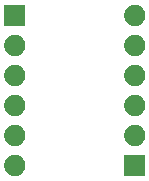
<source format=gbr>
G04 #@! TF.GenerationSoftware,KiCad,Pcbnew,(5.1.5-0-10_14)*
G04 #@! TF.CreationDate,2020-06-03T14:43:28-06:00*
G04 #@! TF.ProjectId,TPS62177DQ,54505336-3231-4373-9744-512e6b696361,rev?*
G04 #@! TF.SameCoordinates,Original*
G04 #@! TF.FileFunction,Soldermask,Bot*
G04 #@! TF.FilePolarity,Negative*
%FSLAX46Y46*%
G04 Gerber Fmt 4.6, Leading zero omitted, Abs format (unit mm)*
G04 Created by KiCad (PCBNEW (5.1.5-0-10_14)) date 2020-06-03 14:43:28*
%MOMM*%
%LPD*%
G04 APERTURE LIST*
%ADD10C,0.100000*%
G04 APERTURE END LIST*
D10*
G36*
X73138600Y-65417000D02*
G01*
X71336600Y-65417000D01*
X71336600Y-63615000D01*
X73138600Y-63615000D01*
X73138600Y-65417000D01*
G37*
G36*
X62191112Y-63619927D02*
G01*
X62340412Y-63649624D01*
X62504384Y-63717544D01*
X62651954Y-63816147D01*
X62777453Y-63941646D01*
X62876056Y-64089216D01*
X62943976Y-64253188D01*
X62978600Y-64427259D01*
X62978600Y-64604741D01*
X62943976Y-64778812D01*
X62876056Y-64942784D01*
X62777453Y-65090354D01*
X62651954Y-65215853D01*
X62504384Y-65314456D01*
X62340412Y-65382376D01*
X62191112Y-65412073D01*
X62166342Y-65417000D01*
X61988858Y-65417000D01*
X61964088Y-65412073D01*
X61814788Y-65382376D01*
X61650816Y-65314456D01*
X61503246Y-65215853D01*
X61377747Y-65090354D01*
X61279144Y-64942784D01*
X61211224Y-64778812D01*
X61176600Y-64604741D01*
X61176600Y-64427259D01*
X61211224Y-64253188D01*
X61279144Y-64089216D01*
X61377747Y-63941646D01*
X61503246Y-63816147D01*
X61650816Y-63717544D01*
X61814788Y-63649624D01*
X61964088Y-63619927D01*
X61988858Y-63615000D01*
X62166342Y-63615000D01*
X62191112Y-63619927D01*
G37*
G36*
X72351112Y-61079927D02*
G01*
X72500412Y-61109624D01*
X72664384Y-61177544D01*
X72811954Y-61276147D01*
X72937453Y-61401646D01*
X73036056Y-61549216D01*
X73103976Y-61713188D01*
X73138600Y-61887259D01*
X73138600Y-62064741D01*
X73103976Y-62238812D01*
X73036056Y-62402784D01*
X72937453Y-62550354D01*
X72811954Y-62675853D01*
X72664384Y-62774456D01*
X72500412Y-62842376D01*
X72351112Y-62872073D01*
X72326342Y-62877000D01*
X72148858Y-62877000D01*
X72124088Y-62872073D01*
X71974788Y-62842376D01*
X71810816Y-62774456D01*
X71663246Y-62675853D01*
X71537747Y-62550354D01*
X71439144Y-62402784D01*
X71371224Y-62238812D01*
X71336600Y-62064741D01*
X71336600Y-61887259D01*
X71371224Y-61713188D01*
X71439144Y-61549216D01*
X71537747Y-61401646D01*
X71663246Y-61276147D01*
X71810816Y-61177544D01*
X71974788Y-61109624D01*
X72124088Y-61079927D01*
X72148858Y-61075000D01*
X72326342Y-61075000D01*
X72351112Y-61079927D01*
G37*
G36*
X62191112Y-61079927D02*
G01*
X62340412Y-61109624D01*
X62504384Y-61177544D01*
X62651954Y-61276147D01*
X62777453Y-61401646D01*
X62876056Y-61549216D01*
X62943976Y-61713188D01*
X62978600Y-61887259D01*
X62978600Y-62064741D01*
X62943976Y-62238812D01*
X62876056Y-62402784D01*
X62777453Y-62550354D01*
X62651954Y-62675853D01*
X62504384Y-62774456D01*
X62340412Y-62842376D01*
X62191112Y-62872073D01*
X62166342Y-62877000D01*
X61988858Y-62877000D01*
X61964088Y-62872073D01*
X61814788Y-62842376D01*
X61650816Y-62774456D01*
X61503246Y-62675853D01*
X61377747Y-62550354D01*
X61279144Y-62402784D01*
X61211224Y-62238812D01*
X61176600Y-62064741D01*
X61176600Y-61887259D01*
X61211224Y-61713188D01*
X61279144Y-61549216D01*
X61377747Y-61401646D01*
X61503246Y-61276147D01*
X61650816Y-61177544D01*
X61814788Y-61109624D01*
X61964088Y-61079927D01*
X61988858Y-61075000D01*
X62166342Y-61075000D01*
X62191112Y-61079927D01*
G37*
G36*
X72351112Y-58539927D02*
G01*
X72500412Y-58569624D01*
X72664384Y-58637544D01*
X72811954Y-58736147D01*
X72937453Y-58861646D01*
X73036056Y-59009216D01*
X73103976Y-59173188D01*
X73138600Y-59347259D01*
X73138600Y-59524741D01*
X73103976Y-59698812D01*
X73036056Y-59862784D01*
X72937453Y-60010354D01*
X72811954Y-60135853D01*
X72664384Y-60234456D01*
X72500412Y-60302376D01*
X72351112Y-60332073D01*
X72326342Y-60337000D01*
X72148858Y-60337000D01*
X72124088Y-60332073D01*
X71974788Y-60302376D01*
X71810816Y-60234456D01*
X71663246Y-60135853D01*
X71537747Y-60010354D01*
X71439144Y-59862784D01*
X71371224Y-59698812D01*
X71336600Y-59524741D01*
X71336600Y-59347259D01*
X71371224Y-59173188D01*
X71439144Y-59009216D01*
X71537747Y-58861646D01*
X71663246Y-58736147D01*
X71810816Y-58637544D01*
X71974788Y-58569624D01*
X72124088Y-58539927D01*
X72148858Y-58535000D01*
X72326342Y-58535000D01*
X72351112Y-58539927D01*
G37*
G36*
X62191112Y-58539927D02*
G01*
X62340412Y-58569624D01*
X62504384Y-58637544D01*
X62651954Y-58736147D01*
X62777453Y-58861646D01*
X62876056Y-59009216D01*
X62943976Y-59173188D01*
X62978600Y-59347259D01*
X62978600Y-59524741D01*
X62943976Y-59698812D01*
X62876056Y-59862784D01*
X62777453Y-60010354D01*
X62651954Y-60135853D01*
X62504384Y-60234456D01*
X62340412Y-60302376D01*
X62191112Y-60332073D01*
X62166342Y-60337000D01*
X61988858Y-60337000D01*
X61964088Y-60332073D01*
X61814788Y-60302376D01*
X61650816Y-60234456D01*
X61503246Y-60135853D01*
X61377747Y-60010354D01*
X61279144Y-59862784D01*
X61211224Y-59698812D01*
X61176600Y-59524741D01*
X61176600Y-59347259D01*
X61211224Y-59173188D01*
X61279144Y-59009216D01*
X61377747Y-58861646D01*
X61503246Y-58736147D01*
X61650816Y-58637544D01*
X61814788Y-58569624D01*
X61964088Y-58539927D01*
X61988858Y-58535000D01*
X62166342Y-58535000D01*
X62191112Y-58539927D01*
G37*
G36*
X72351112Y-55999927D02*
G01*
X72500412Y-56029624D01*
X72664384Y-56097544D01*
X72811954Y-56196147D01*
X72937453Y-56321646D01*
X73036056Y-56469216D01*
X73103976Y-56633188D01*
X73138600Y-56807259D01*
X73138600Y-56984741D01*
X73103976Y-57158812D01*
X73036056Y-57322784D01*
X72937453Y-57470354D01*
X72811954Y-57595853D01*
X72664384Y-57694456D01*
X72500412Y-57762376D01*
X72351112Y-57792073D01*
X72326342Y-57797000D01*
X72148858Y-57797000D01*
X72124088Y-57792073D01*
X71974788Y-57762376D01*
X71810816Y-57694456D01*
X71663246Y-57595853D01*
X71537747Y-57470354D01*
X71439144Y-57322784D01*
X71371224Y-57158812D01*
X71336600Y-56984741D01*
X71336600Y-56807259D01*
X71371224Y-56633188D01*
X71439144Y-56469216D01*
X71537747Y-56321646D01*
X71663246Y-56196147D01*
X71810816Y-56097544D01*
X71974788Y-56029624D01*
X72124088Y-55999927D01*
X72148858Y-55995000D01*
X72326342Y-55995000D01*
X72351112Y-55999927D01*
G37*
G36*
X62191112Y-55999927D02*
G01*
X62340412Y-56029624D01*
X62504384Y-56097544D01*
X62651954Y-56196147D01*
X62777453Y-56321646D01*
X62876056Y-56469216D01*
X62943976Y-56633188D01*
X62978600Y-56807259D01*
X62978600Y-56984741D01*
X62943976Y-57158812D01*
X62876056Y-57322784D01*
X62777453Y-57470354D01*
X62651954Y-57595853D01*
X62504384Y-57694456D01*
X62340412Y-57762376D01*
X62191112Y-57792073D01*
X62166342Y-57797000D01*
X61988858Y-57797000D01*
X61964088Y-57792073D01*
X61814788Y-57762376D01*
X61650816Y-57694456D01*
X61503246Y-57595853D01*
X61377747Y-57470354D01*
X61279144Y-57322784D01*
X61211224Y-57158812D01*
X61176600Y-56984741D01*
X61176600Y-56807259D01*
X61211224Y-56633188D01*
X61279144Y-56469216D01*
X61377747Y-56321646D01*
X61503246Y-56196147D01*
X61650816Y-56097544D01*
X61814788Y-56029624D01*
X61964088Y-55999927D01*
X61988858Y-55995000D01*
X62166342Y-55995000D01*
X62191112Y-55999927D01*
G37*
G36*
X72351112Y-53459927D02*
G01*
X72500412Y-53489624D01*
X72664384Y-53557544D01*
X72811954Y-53656147D01*
X72937453Y-53781646D01*
X73036056Y-53929216D01*
X73103976Y-54093188D01*
X73138600Y-54267259D01*
X73138600Y-54444741D01*
X73103976Y-54618812D01*
X73036056Y-54782784D01*
X72937453Y-54930354D01*
X72811954Y-55055853D01*
X72664384Y-55154456D01*
X72500412Y-55222376D01*
X72351112Y-55252073D01*
X72326342Y-55257000D01*
X72148858Y-55257000D01*
X72124088Y-55252073D01*
X71974788Y-55222376D01*
X71810816Y-55154456D01*
X71663246Y-55055853D01*
X71537747Y-54930354D01*
X71439144Y-54782784D01*
X71371224Y-54618812D01*
X71336600Y-54444741D01*
X71336600Y-54267259D01*
X71371224Y-54093188D01*
X71439144Y-53929216D01*
X71537747Y-53781646D01*
X71663246Y-53656147D01*
X71810816Y-53557544D01*
X71974788Y-53489624D01*
X72124088Y-53459927D01*
X72148858Y-53455000D01*
X72326342Y-53455000D01*
X72351112Y-53459927D01*
G37*
G36*
X62191112Y-53459927D02*
G01*
X62340412Y-53489624D01*
X62504384Y-53557544D01*
X62651954Y-53656147D01*
X62777453Y-53781646D01*
X62876056Y-53929216D01*
X62943976Y-54093188D01*
X62978600Y-54267259D01*
X62978600Y-54444741D01*
X62943976Y-54618812D01*
X62876056Y-54782784D01*
X62777453Y-54930354D01*
X62651954Y-55055853D01*
X62504384Y-55154456D01*
X62340412Y-55222376D01*
X62191112Y-55252073D01*
X62166342Y-55257000D01*
X61988858Y-55257000D01*
X61964088Y-55252073D01*
X61814788Y-55222376D01*
X61650816Y-55154456D01*
X61503246Y-55055853D01*
X61377747Y-54930354D01*
X61279144Y-54782784D01*
X61211224Y-54618812D01*
X61176600Y-54444741D01*
X61176600Y-54267259D01*
X61211224Y-54093188D01*
X61279144Y-53929216D01*
X61377747Y-53781646D01*
X61503246Y-53656147D01*
X61650816Y-53557544D01*
X61814788Y-53489624D01*
X61964088Y-53459927D01*
X61988858Y-53455000D01*
X62166342Y-53455000D01*
X62191112Y-53459927D01*
G37*
G36*
X72351112Y-50919927D02*
G01*
X72500412Y-50949624D01*
X72664384Y-51017544D01*
X72811954Y-51116147D01*
X72937453Y-51241646D01*
X73036056Y-51389216D01*
X73103976Y-51553188D01*
X73138600Y-51727259D01*
X73138600Y-51904741D01*
X73103976Y-52078812D01*
X73036056Y-52242784D01*
X72937453Y-52390354D01*
X72811954Y-52515853D01*
X72664384Y-52614456D01*
X72500412Y-52682376D01*
X72351112Y-52712073D01*
X72326342Y-52717000D01*
X72148858Y-52717000D01*
X72124088Y-52712073D01*
X71974788Y-52682376D01*
X71810816Y-52614456D01*
X71663246Y-52515853D01*
X71537747Y-52390354D01*
X71439144Y-52242784D01*
X71371224Y-52078812D01*
X71336600Y-51904741D01*
X71336600Y-51727259D01*
X71371224Y-51553188D01*
X71439144Y-51389216D01*
X71537747Y-51241646D01*
X71663246Y-51116147D01*
X71810816Y-51017544D01*
X71974788Y-50949624D01*
X72124088Y-50919927D01*
X72148858Y-50915000D01*
X72326342Y-50915000D01*
X72351112Y-50919927D01*
G37*
G36*
X62978600Y-52717000D02*
G01*
X61176600Y-52717000D01*
X61176600Y-50915000D01*
X62978600Y-50915000D01*
X62978600Y-52717000D01*
G37*
M02*

</source>
